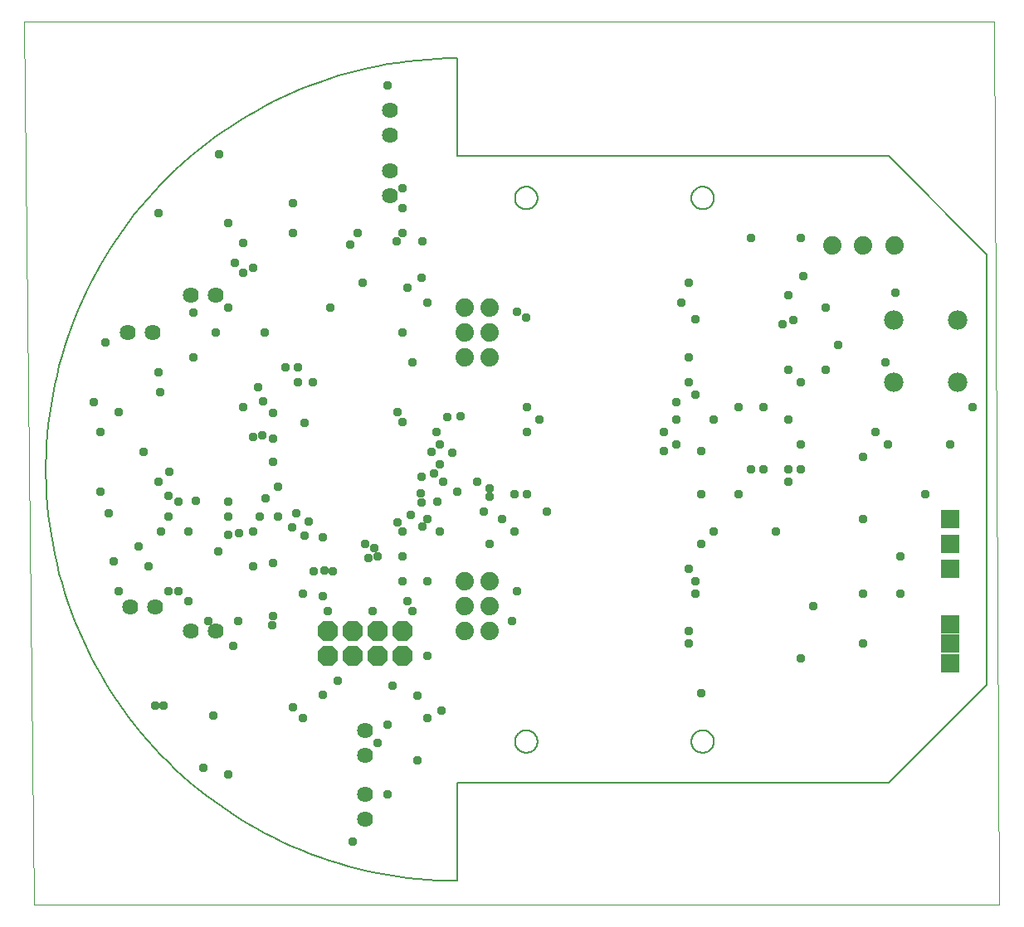
<source format=gbs>
G75*
%MOIN*%
%OFA0B0*%
%FSLAX25Y25*%
%IPPOS*%
%LPD*%
%AMOC8*
5,1,8,0,0,1.08239X$1,22.5*
%
%ADD10C,0.00000*%
%ADD11C,0.07800*%
%ADD12R,0.07400X0.07400*%
%ADD13OC8,0.08200*%
%ADD14C,0.06400*%
%ADD15C,0.07400*%
%ADD16C,0.00500*%
%ADD17C,0.03778*%
D10*
X0831303Y0844303D02*
X0827303Y1199263D01*
X1217003Y1199263D01*
X1219003Y0844303D01*
X0831303Y0844303D01*
D11*
X1176507Y1054303D03*
X1176507Y1079303D03*
X1202098Y1079303D03*
X1202098Y1054303D03*
D12*
X1199303Y0999303D03*
X1199303Y0989303D03*
X1199303Y0979303D03*
X1199303Y0957177D03*
X1199303Y0949303D03*
X1199303Y0941429D03*
D13*
X0979303Y0944303D03*
X0979303Y0954303D03*
X0969303Y0954303D03*
X0969303Y0944303D03*
X0959303Y0944303D03*
X0959303Y0954303D03*
X0949303Y0954303D03*
X0949303Y0944303D03*
D14*
X0964303Y0914303D03*
X0964303Y0904303D03*
X0964240Y0888803D03*
X0964240Y0878803D03*
X0904303Y0954303D03*
X0894303Y0954303D03*
X0879803Y0964240D03*
X0869803Y0964240D03*
X0868803Y1074366D03*
X0878803Y1074366D03*
X0894303Y1089303D03*
X0904303Y1089303D03*
X0974303Y1129303D03*
X0974303Y1139303D03*
X0974240Y1153803D03*
X0974240Y1163803D03*
D15*
X1004303Y1084303D03*
X1014303Y1084303D03*
X1014303Y1074303D03*
X1014303Y1064303D03*
X1004303Y1064303D03*
X1004303Y1074303D03*
X1004303Y0974303D03*
X1014303Y0974303D03*
X1014303Y0964303D03*
X1014303Y0954303D03*
X1004303Y0954303D03*
X1004303Y0964303D03*
X1151803Y1109303D03*
X1164303Y1109303D03*
X1176803Y1109303D03*
D16*
X1174539Y1145287D02*
X1213909Y1105917D01*
X1213909Y0932688D01*
X1174539Y0893318D01*
X1001310Y0893318D01*
X1001310Y0853948D01*
X1024342Y0910051D02*
X1024344Y0910185D01*
X1024350Y0910319D01*
X1024360Y0910453D01*
X1024374Y0910587D01*
X1024392Y0910720D01*
X1024413Y0910852D01*
X1024439Y0910984D01*
X1024469Y0911115D01*
X1024502Y0911245D01*
X1024539Y0911373D01*
X1024581Y0911501D01*
X1024625Y0911628D01*
X1024674Y0911753D01*
X1024726Y0911876D01*
X1024782Y0911998D01*
X1024842Y0912119D01*
X1024905Y0912237D01*
X1024971Y0912354D01*
X1025041Y0912468D01*
X1025114Y0912581D01*
X1025191Y0912691D01*
X1025271Y0912799D01*
X1025354Y0912904D01*
X1025440Y0913007D01*
X1025529Y0913107D01*
X1025621Y0913205D01*
X1025716Y0913300D01*
X1025814Y0913392D01*
X1025914Y0913481D01*
X1026017Y0913567D01*
X1026122Y0913650D01*
X1026230Y0913730D01*
X1026340Y0913807D01*
X1026453Y0913880D01*
X1026567Y0913950D01*
X1026684Y0914016D01*
X1026802Y0914079D01*
X1026923Y0914139D01*
X1027045Y0914195D01*
X1027168Y0914247D01*
X1027293Y0914296D01*
X1027420Y0914340D01*
X1027548Y0914382D01*
X1027676Y0914419D01*
X1027806Y0914452D01*
X1027937Y0914482D01*
X1028069Y0914508D01*
X1028201Y0914529D01*
X1028334Y0914547D01*
X1028468Y0914561D01*
X1028602Y0914571D01*
X1028736Y0914577D01*
X1028870Y0914579D01*
X1029004Y0914577D01*
X1029138Y0914571D01*
X1029272Y0914561D01*
X1029406Y0914547D01*
X1029539Y0914529D01*
X1029671Y0914508D01*
X1029803Y0914482D01*
X1029934Y0914452D01*
X1030064Y0914419D01*
X1030192Y0914382D01*
X1030320Y0914340D01*
X1030447Y0914296D01*
X1030572Y0914247D01*
X1030695Y0914195D01*
X1030817Y0914139D01*
X1030938Y0914079D01*
X1031056Y0914016D01*
X1031173Y0913950D01*
X1031287Y0913880D01*
X1031400Y0913807D01*
X1031510Y0913730D01*
X1031618Y0913650D01*
X1031723Y0913567D01*
X1031826Y0913481D01*
X1031926Y0913392D01*
X1032024Y0913300D01*
X1032119Y0913205D01*
X1032211Y0913107D01*
X1032300Y0913007D01*
X1032386Y0912904D01*
X1032469Y0912799D01*
X1032549Y0912691D01*
X1032626Y0912581D01*
X1032699Y0912468D01*
X1032769Y0912354D01*
X1032835Y0912237D01*
X1032898Y0912119D01*
X1032958Y0911998D01*
X1033014Y0911876D01*
X1033066Y0911753D01*
X1033115Y0911628D01*
X1033159Y0911501D01*
X1033201Y0911373D01*
X1033238Y0911245D01*
X1033271Y0911115D01*
X1033301Y0910984D01*
X1033327Y0910852D01*
X1033348Y0910720D01*
X1033366Y0910587D01*
X1033380Y0910453D01*
X1033390Y0910319D01*
X1033396Y0910185D01*
X1033398Y0910051D01*
X1033396Y0909917D01*
X1033390Y0909783D01*
X1033380Y0909649D01*
X1033366Y0909515D01*
X1033348Y0909382D01*
X1033327Y0909250D01*
X1033301Y0909118D01*
X1033271Y0908987D01*
X1033238Y0908857D01*
X1033201Y0908729D01*
X1033159Y0908601D01*
X1033115Y0908474D01*
X1033066Y0908349D01*
X1033014Y0908226D01*
X1032958Y0908104D01*
X1032898Y0907983D01*
X1032835Y0907865D01*
X1032769Y0907748D01*
X1032699Y0907634D01*
X1032626Y0907521D01*
X1032549Y0907411D01*
X1032469Y0907303D01*
X1032386Y0907198D01*
X1032300Y0907095D01*
X1032211Y0906995D01*
X1032119Y0906897D01*
X1032024Y0906802D01*
X1031926Y0906710D01*
X1031826Y0906621D01*
X1031723Y0906535D01*
X1031618Y0906452D01*
X1031510Y0906372D01*
X1031400Y0906295D01*
X1031287Y0906222D01*
X1031173Y0906152D01*
X1031056Y0906086D01*
X1030938Y0906023D01*
X1030817Y0905963D01*
X1030695Y0905907D01*
X1030572Y0905855D01*
X1030447Y0905806D01*
X1030320Y0905762D01*
X1030192Y0905720D01*
X1030064Y0905683D01*
X1029934Y0905650D01*
X1029803Y0905620D01*
X1029671Y0905594D01*
X1029539Y0905573D01*
X1029406Y0905555D01*
X1029272Y0905541D01*
X1029138Y0905531D01*
X1029004Y0905525D01*
X1028870Y0905523D01*
X1028736Y0905525D01*
X1028602Y0905531D01*
X1028468Y0905541D01*
X1028334Y0905555D01*
X1028201Y0905573D01*
X1028069Y0905594D01*
X1027937Y0905620D01*
X1027806Y0905650D01*
X1027676Y0905683D01*
X1027548Y0905720D01*
X1027420Y0905762D01*
X1027293Y0905806D01*
X1027168Y0905855D01*
X1027045Y0905907D01*
X1026923Y0905963D01*
X1026802Y0906023D01*
X1026684Y0906086D01*
X1026567Y0906152D01*
X1026453Y0906222D01*
X1026340Y0906295D01*
X1026230Y0906372D01*
X1026122Y0906452D01*
X1026017Y0906535D01*
X1025914Y0906621D01*
X1025814Y0906710D01*
X1025716Y0906802D01*
X1025621Y0906897D01*
X1025529Y0906995D01*
X1025440Y0907095D01*
X1025354Y0907198D01*
X1025271Y0907303D01*
X1025191Y0907411D01*
X1025114Y0907521D01*
X1025041Y0907634D01*
X1024971Y0907748D01*
X1024905Y0907865D01*
X1024842Y0907983D01*
X1024782Y0908104D01*
X1024726Y0908226D01*
X1024674Y0908349D01*
X1024625Y0908474D01*
X1024581Y0908601D01*
X1024539Y0908729D01*
X1024502Y0908857D01*
X1024469Y0908987D01*
X1024439Y0909118D01*
X1024413Y0909250D01*
X1024392Y0909382D01*
X1024374Y0909515D01*
X1024360Y0909649D01*
X1024350Y0909783D01*
X1024344Y0909917D01*
X1024342Y0910051D01*
X1001310Y0853949D02*
X0997283Y0853998D01*
X0993259Y0854145D01*
X0989240Y0854390D01*
X0985228Y0854733D01*
X0981225Y0855173D01*
X0977234Y0855711D01*
X0973258Y0856346D01*
X0969298Y0857077D01*
X0965357Y0857905D01*
X0961438Y0858828D01*
X0957542Y0859847D01*
X0953672Y0860960D01*
X0949830Y0862167D01*
X0946019Y0863467D01*
X0942240Y0864860D01*
X0938497Y0866344D01*
X0934791Y0867919D01*
X0931124Y0869584D01*
X0927499Y0871337D01*
X0923918Y0873178D01*
X0920383Y0875106D01*
X0916895Y0877120D01*
X0913458Y0879217D01*
X0910073Y0881398D01*
X0906742Y0883661D01*
X0903467Y0886004D01*
X0900250Y0888426D01*
X0897093Y0890926D01*
X0893998Y0893501D01*
X0890966Y0896152D01*
X0888000Y0898875D01*
X0885101Y0901670D01*
X0882271Y0904535D01*
X0879512Y0907468D01*
X0876824Y0910467D01*
X0874211Y0913531D01*
X0871673Y0916657D01*
X0869212Y0919844D01*
X0866829Y0923090D01*
X0864526Y0926394D01*
X0862304Y0929752D01*
X0860165Y0933163D01*
X0858109Y0936626D01*
X0856138Y0940138D01*
X0854254Y0943696D01*
X0852456Y0947300D01*
X0850747Y0950946D01*
X0849127Y0954632D01*
X0847597Y0958357D01*
X0846159Y0962118D01*
X0844812Y0965913D01*
X0843559Y0969740D01*
X0842399Y0973596D01*
X0841333Y0977479D01*
X0840362Y0981387D01*
X0839486Y0985318D01*
X0838707Y0989269D01*
X0838023Y0993237D01*
X0837437Y0997221D01*
X0836948Y1001218D01*
X0836556Y1005226D01*
X0836262Y1009242D01*
X0836066Y1013264D01*
X0835968Y1017290D01*
X0835968Y1021316D01*
X0836066Y1025342D01*
X0836262Y1029364D01*
X0836556Y1033380D01*
X0836948Y1037388D01*
X0837437Y1041385D01*
X0838023Y1045369D01*
X0838707Y1049337D01*
X0839486Y1053288D01*
X0840362Y1057219D01*
X0841333Y1061127D01*
X0842399Y1065010D01*
X0843559Y1068866D01*
X0844812Y1072693D01*
X0846159Y1076488D01*
X0847597Y1080249D01*
X0849127Y1083974D01*
X0850747Y1087660D01*
X0852456Y1091306D01*
X0854254Y1094910D01*
X0856138Y1098468D01*
X0858109Y1101980D01*
X0860165Y1105443D01*
X0862304Y1108854D01*
X0864526Y1112212D01*
X0866829Y1115516D01*
X0869212Y1118762D01*
X0871673Y1121949D01*
X0874211Y1125075D01*
X0876824Y1128139D01*
X0879512Y1131138D01*
X0882271Y1134071D01*
X0885101Y1136936D01*
X0888000Y1139731D01*
X0890966Y1142454D01*
X0893998Y1145105D01*
X0897093Y1147680D01*
X0900250Y1150180D01*
X0903467Y1152602D01*
X0906742Y1154945D01*
X0910073Y1157208D01*
X0913458Y1159389D01*
X0916895Y1161486D01*
X0920383Y1163500D01*
X0923918Y1165428D01*
X0927499Y1167269D01*
X0931124Y1169022D01*
X0934791Y1170687D01*
X0938497Y1172262D01*
X0942240Y1173746D01*
X0946019Y1175139D01*
X0949830Y1176439D01*
X0953672Y1177646D01*
X0957542Y1178759D01*
X0961438Y1179778D01*
X0965357Y1180701D01*
X0969298Y1181529D01*
X0973258Y1182260D01*
X0977234Y1182895D01*
X0981225Y1183433D01*
X0985228Y1183873D01*
X0989240Y1184216D01*
X0993259Y1184461D01*
X0997283Y1184608D01*
X1001310Y1184657D01*
X1001310Y1145287D01*
X1174539Y1145287D01*
X1095208Y1128555D02*
X1095210Y1128689D01*
X1095216Y1128823D01*
X1095226Y1128957D01*
X1095240Y1129091D01*
X1095258Y1129224D01*
X1095279Y1129356D01*
X1095305Y1129488D01*
X1095335Y1129619D01*
X1095368Y1129749D01*
X1095405Y1129877D01*
X1095447Y1130005D01*
X1095491Y1130132D01*
X1095540Y1130257D01*
X1095592Y1130380D01*
X1095648Y1130502D01*
X1095708Y1130623D01*
X1095771Y1130741D01*
X1095837Y1130858D01*
X1095907Y1130972D01*
X1095980Y1131085D01*
X1096057Y1131195D01*
X1096137Y1131303D01*
X1096220Y1131408D01*
X1096306Y1131511D01*
X1096395Y1131611D01*
X1096487Y1131709D01*
X1096582Y1131804D01*
X1096680Y1131896D01*
X1096780Y1131985D01*
X1096883Y1132071D01*
X1096988Y1132154D01*
X1097096Y1132234D01*
X1097206Y1132311D01*
X1097319Y1132384D01*
X1097433Y1132454D01*
X1097550Y1132520D01*
X1097668Y1132583D01*
X1097789Y1132643D01*
X1097911Y1132699D01*
X1098034Y1132751D01*
X1098159Y1132800D01*
X1098286Y1132844D01*
X1098414Y1132886D01*
X1098542Y1132923D01*
X1098672Y1132956D01*
X1098803Y1132986D01*
X1098935Y1133012D01*
X1099067Y1133033D01*
X1099200Y1133051D01*
X1099334Y1133065D01*
X1099468Y1133075D01*
X1099602Y1133081D01*
X1099736Y1133083D01*
X1099870Y1133081D01*
X1100004Y1133075D01*
X1100138Y1133065D01*
X1100272Y1133051D01*
X1100405Y1133033D01*
X1100537Y1133012D01*
X1100669Y1132986D01*
X1100800Y1132956D01*
X1100930Y1132923D01*
X1101058Y1132886D01*
X1101186Y1132844D01*
X1101313Y1132800D01*
X1101438Y1132751D01*
X1101561Y1132699D01*
X1101683Y1132643D01*
X1101804Y1132583D01*
X1101922Y1132520D01*
X1102039Y1132454D01*
X1102153Y1132384D01*
X1102266Y1132311D01*
X1102376Y1132234D01*
X1102484Y1132154D01*
X1102589Y1132071D01*
X1102692Y1131985D01*
X1102792Y1131896D01*
X1102890Y1131804D01*
X1102985Y1131709D01*
X1103077Y1131611D01*
X1103166Y1131511D01*
X1103252Y1131408D01*
X1103335Y1131303D01*
X1103415Y1131195D01*
X1103492Y1131085D01*
X1103565Y1130972D01*
X1103635Y1130858D01*
X1103701Y1130741D01*
X1103764Y1130623D01*
X1103824Y1130502D01*
X1103880Y1130380D01*
X1103932Y1130257D01*
X1103981Y1130132D01*
X1104025Y1130005D01*
X1104067Y1129877D01*
X1104104Y1129749D01*
X1104137Y1129619D01*
X1104167Y1129488D01*
X1104193Y1129356D01*
X1104214Y1129224D01*
X1104232Y1129091D01*
X1104246Y1128957D01*
X1104256Y1128823D01*
X1104262Y1128689D01*
X1104264Y1128555D01*
X1104262Y1128421D01*
X1104256Y1128287D01*
X1104246Y1128153D01*
X1104232Y1128019D01*
X1104214Y1127886D01*
X1104193Y1127754D01*
X1104167Y1127622D01*
X1104137Y1127491D01*
X1104104Y1127361D01*
X1104067Y1127233D01*
X1104025Y1127105D01*
X1103981Y1126978D01*
X1103932Y1126853D01*
X1103880Y1126730D01*
X1103824Y1126608D01*
X1103764Y1126487D01*
X1103701Y1126369D01*
X1103635Y1126252D01*
X1103565Y1126138D01*
X1103492Y1126025D01*
X1103415Y1125915D01*
X1103335Y1125807D01*
X1103252Y1125702D01*
X1103166Y1125599D01*
X1103077Y1125499D01*
X1102985Y1125401D01*
X1102890Y1125306D01*
X1102792Y1125214D01*
X1102692Y1125125D01*
X1102589Y1125039D01*
X1102484Y1124956D01*
X1102376Y1124876D01*
X1102266Y1124799D01*
X1102153Y1124726D01*
X1102039Y1124656D01*
X1101922Y1124590D01*
X1101804Y1124527D01*
X1101683Y1124467D01*
X1101561Y1124411D01*
X1101438Y1124359D01*
X1101313Y1124310D01*
X1101186Y1124266D01*
X1101058Y1124224D01*
X1100930Y1124187D01*
X1100800Y1124154D01*
X1100669Y1124124D01*
X1100537Y1124098D01*
X1100405Y1124077D01*
X1100272Y1124059D01*
X1100138Y1124045D01*
X1100004Y1124035D01*
X1099870Y1124029D01*
X1099736Y1124027D01*
X1099602Y1124029D01*
X1099468Y1124035D01*
X1099334Y1124045D01*
X1099200Y1124059D01*
X1099067Y1124077D01*
X1098935Y1124098D01*
X1098803Y1124124D01*
X1098672Y1124154D01*
X1098542Y1124187D01*
X1098414Y1124224D01*
X1098286Y1124266D01*
X1098159Y1124310D01*
X1098034Y1124359D01*
X1097911Y1124411D01*
X1097789Y1124467D01*
X1097668Y1124527D01*
X1097550Y1124590D01*
X1097433Y1124656D01*
X1097319Y1124726D01*
X1097206Y1124799D01*
X1097096Y1124876D01*
X1096988Y1124956D01*
X1096883Y1125039D01*
X1096780Y1125125D01*
X1096680Y1125214D01*
X1096582Y1125306D01*
X1096487Y1125401D01*
X1096395Y1125499D01*
X1096306Y1125599D01*
X1096220Y1125702D01*
X1096137Y1125807D01*
X1096057Y1125915D01*
X1095980Y1126025D01*
X1095907Y1126138D01*
X1095837Y1126252D01*
X1095771Y1126369D01*
X1095708Y1126487D01*
X1095648Y1126608D01*
X1095592Y1126730D01*
X1095540Y1126853D01*
X1095491Y1126978D01*
X1095447Y1127105D01*
X1095405Y1127233D01*
X1095368Y1127361D01*
X1095335Y1127491D01*
X1095305Y1127622D01*
X1095279Y1127754D01*
X1095258Y1127886D01*
X1095240Y1128019D01*
X1095226Y1128153D01*
X1095216Y1128287D01*
X1095210Y1128421D01*
X1095208Y1128555D01*
X1024342Y1128555D02*
X1024344Y1128689D01*
X1024350Y1128823D01*
X1024360Y1128957D01*
X1024374Y1129091D01*
X1024392Y1129224D01*
X1024413Y1129356D01*
X1024439Y1129488D01*
X1024469Y1129619D01*
X1024502Y1129749D01*
X1024539Y1129877D01*
X1024581Y1130005D01*
X1024625Y1130132D01*
X1024674Y1130257D01*
X1024726Y1130380D01*
X1024782Y1130502D01*
X1024842Y1130623D01*
X1024905Y1130741D01*
X1024971Y1130858D01*
X1025041Y1130972D01*
X1025114Y1131085D01*
X1025191Y1131195D01*
X1025271Y1131303D01*
X1025354Y1131408D01*
X1025440Y1131511D01*
X1025529Y1131611D01*
X1025621Y1131709D01*
X1025716Y1131804D01*
X1025814Y1131896D01*
X1025914Y1131985D01*
X1026017Y1132071D01*
X1026122Y1132154D01*
X1026230Y1132234D01*
X1026340Y1132311D01*
X1026453Y1132384D01*
X1026567Y1132454D01*
X1026684Y1132520D01*
X1026802Y1132583D01*
X1026923Y1132643D01*
X1027045Y1132699D01*
X1027168Y1132751D01*
X1027293Y1132800D01*
X1027420Y1132844D01*
X1027548Y1132886D01*
X1027676Y1132923D01*
X1027806Y1132956D01*
X1027937Y1132986D01*
X1028069Y1133012D01*
X1028201Y1133033D01*
X1028334Y1133051D01*
X1028468Y1133065D01*
X1028602Y1133075D01*
X1028736Y1133081D01*
X1028870Y1133083D01*
X1029004Y1133081D01*
X1029138Y1133075D01*
X1029272Y1133065D01*
X1029406Y1133051D01*
X1029539Y1133033D01*
X1029671Y1133012D01*
X1029803Y1132986D01*
X1029934Y1132956D01*
X1030064Y1132923D01*
X1030192Y1132886D01*
X1030320Y1132844D01*
X1030447Y1132800D01*
X1030572Y1132751D01*
X1030695Y1132699D01*
X1030817Y1132643D01*
X1030938Y1132583D01*
X1031056Y1132520D01*
X1031173Y1132454D01*
X1031287Y1132384D01*
X1031400Y1132311D01*
X1031510Y1132234D01*
X1031618Y1132154D01*
X1031723Y1132071D01*
X1031826Y1131985D01*
X1031926Y1131896D01*
X1032024Y1131804D01*
X1032119Y1131709D01*
X1032211Y1131611D01*
X1032300Y1131511D01*
X1032386Y1131408D01*
X1032469Y1131303D01*
X1032549Y1131195D01*
X1032626Y1131085D01*
X1032699Y1130972D01*
X1032769Y1130858D01*
X1032835Y1130741D01*
X1032898Y1130623D01*
X1032958Y1130502D01*
X1033014Y1130380D01*
X1033066Y1130257D01*
X1033115Y1130132D01*
X1033159Y1130005D01*
X1033201Y1129877D01*
X1033238Y1129749D01*
X1033271Y1129619D01*
X1033301Y1129488D01*
X1033327Y1129356D01*
X1033348Y1129224D01*
X1033366Y1129091D01*
X1033380Y1128957D01*
X1033390Y1128823D01*
X1033396Y1128689D01*
X1033398Y1128555D01*
X1033396Y1128421D01*
X1033390Y1128287D01*
X1033380Y1128153D01*
X1033366Y1128019D01*
X1033348Y1127886D01*
X1033327Y1127754D01*
X1033301Y1127622D01*
X1033271Y1127491D01*
X1033238Y1127361D01*
X1033201Y1127233D01*
X1033159Y1127105D01*
X1033115Y1126978D01*
X1033066Y1126853D01*
X1033014Y1126730D01*
X1032958Y1126608D01*
X1032898Y1126487D01*
X1032835Y1126369D01*
X1032769Y1126252D01*
X1032699Y1126138D01*
X1032626Y1126025D01*
X1032549Y1125915D01*
X1032469Y1125807D01*
X1032386Y1125702D01*
X1032300Y1125599D01*
X1032211Y1125499D01*
X1032119Y1125401D01*
X1032024Y1125306D01*
X1031926Y1125214D01*
X1031826Y1125125D01*
X1031723Y1125039D01*
X1031618Y1124956D01*
X1031510Y1124876D01*
X1031400Y1124799D01*
X1031287Y1124726D01*
X1031173Y1124656D01*
X1031056Y1124590D01*
X1030938Y1124527D01*
X1030817Y1124467D01*
X1030695Y1124411D01*
X1030572Y1124359D01*
X1030447Y1124310D01*
X1030320Y1124266D01*
X1030192Y1124224D01*
X1030064Y1124187D01*
X1029934Y1124154D01*
X1029803Y1124124D01*
X1029671Y1124098D01*
X1029539Y1124077D01*
X1029406Y1124059D01*
X1029272Y1124045D01*
X1029138Y1124035D01*
X1029004Y1124029D01*
X1028870Y1124027D01*
X1028736Y1124029D01*
X1028602Y1124035D01*
X1028468Y1124045D01*
X1028334Y1124059D01*
X1028201Y1124077D01*
X1028069Y1124098D01*
X1027937Y1124124D01*
X1027806Y1124154D01*
X1027676Y1124187D01*
X1027548Y1124224D01*
X1027420Y1124266D01*
X1027293Y1124310D01*
X1027168Y1124359D01*
X1027045Y1124411D01*
X1026923Y1124467D01*
X1026802Y1124527D01*
X1026684Y1124590D01*
X1026567Y1124656D01*
X1026453Y1124726D01*
X1026340Y1124799D01*
X1026230Y1124876D01*
X1026122Y1124956D01*
X1026017Y1125039D01*
X1025914Y1125125D01*
X1025814Y1125214D01*
X1025716Y1125306D01*
X1025621Y1125401D01*
X1025529Y1125499D01*
X1025440Y1125599D01*
X1025354Y1125702D01*
X1025271Y1125807D01*
X1025191Y1125915D01*
X1025114Y1126025D01*
X1025041Y1126138D01*
X1024971Y1126252D01*
X1024905Y1126369D01*
X1024842Y1126487D01*
X1024782Y1126608D01*
X1024726Y1126730D01*
X1024674Y1126853D01*
X1024625Y1126978D01*
X1024581Y1127105D01*
X1024539Y1127233D01*
X1024502Y1127361D01*
X1024469Y1127491D01*
X1024439Y1127622D01*
X1024413Y1127754D01*
X1024392Y1127886D01*
X1024374Y1128019D01*
X1024360Y1128153D01*
X1024350Y1128287D01*
X1024344Y1128421D01*
X1024342Y1128555D01*
X1095208Y0910051D02*
X1095210Y0910185D01*
X1095216Y0910319D01*
X1095226Y0910453D01*
X1095240Y0910587D01*
X1095258Y0910720D01*
X1095279Y0910852D01*
X1095305Y0910984D01*
X1095335Y0911115D01*
X1095368Y0911245D01*
X1095405Y0911373D01*
X1095447Y0911501D01*
X1095491Y0911628D01*
X1095540Y0911753D01*
X1095592Y0911876D01*
X1095648Y0911998D01*
X1095708Y0912119D01*
X1095771Y0912237D01*
X1095837Y0912354D01*
X1095907Y0912468D01*
X1095980Y0912581D01*
X1096057Y0912691D01*
X1096137Y0912799D01*
X1096220Y0912904D01*
X1096306Y0913007D01*
X1096395Y0913107D01*
X1096487Y0913205D01*
X1096582Y0913300D01*
X1096680Y0913392D01*
X1096780Y0913481D01*
X1096883Y0913567D01*
X1096988Y0913650D01*
X1097096Y0913730D01*
X1097206Y0913807D01*
X1097319Y0913880D01*
X1097433Y0913950D01*
X1097550Y0914016D01*
X1097668Y0914079D01*
X1097789Y0914139D01*
X1097911Y0914195D01*
X1098034Y0914247D01*
X1098159Y0914296D01*
X1098286Y0914340D01*
X1098414Y0914382D01*
X1098542Y0914419D01*
X1098672Y0914452D01*
X1098803Y0914482D01*
X1098935Y0914508D01*
X1099067Y0914529D01*
X1099200Y0914547D01*
X1099334Y0914561D01*
X1099468Y0914571D01*
X1099602Y0914577D01*
X1099736Y0914579D01*
X1099870Y0914577D01*
X1100004Y0914571D01*
X1100138Y0914561D01*
X1100272Y0914547D01*
X1100405Y0914529D01*
X1100537Y0914508D01*
X1100669Y0914482D01*
X1100800Y0914452D01*
X1100930Y0914419D01*
X1101058Y0914382D01*
X1101186Y0914340D01*
X1101313Y0914296D01*
X1101438Y0914247D01*
X1101561Y0914195D01*
X1101683Y0914139D01*
X1101804Y0914079D01*
X1101922Y0914016D01*
X1102039Y0913950D01*
X1102153Y0913880D01*
X1102266Y0913807D01*
X1102376Y0913730D01*
X1102484Y0913650D01*
X1102589Y0913567D01*
X1102692Y0913481D01*
X1102792Y0913392D01*
X1102890Y0913300D01*
X1102985Y0913205D01*
X1103077Y0913107D01*
X1103166Y0913007D01*
X1103252Y0912904D01*
X1103335Y0912799D01*
X1103415Y0912691D01*
X1103492Y0912581D01*
X1103565Y0912468D01*
X1103635Y0912354D01*
X1103701Y0912237D01*
X1103764Y0912119D01*
X1103824Y0911998D01*
X1103880Y0911876D01*
X1103932Y0911753D01*
X1103981Y0911628D01*
X1104025Y0911501D01*
X1104067Y0911373D01*
X1104104Y0911245D01*
X1104137Y0911115D01*
X1104167Y0910984D01*
X1104193Y0910852D01*
X1104214Y0910720D01*
X1104232Y0910587D01*
X1104246Y0910453D01*
X1104256Y0910319D01*
X1104262Y0910185D01*
X1104264Y0910051D01*
X1104262Y0909917D01*
X1104256Y0909783D01*
X1104246Y0909649D01*
X1104232Y0909515D01*
X1104214Y0909382D01*
X1104193Y0909250D01*
X1104167Y0909118D01*
X1104137Y0908987D01*
X1104104Y0908857D01*
X1104067Y0908729D01*
X1104025Y0908601D01*
X1103981Y0908474D01*
X1103932Y0908349D01*
X1103880Y0908226D01*
X1103824Y0908104D01*
X1103764Y0907983D01*
X1103701Y0907865D01*
X1103635Y0907748D01*
X1103565Y0907634D01*
X1103492Y0907521D01*
X1103415Y0907411D01*
X1103335Y0907303D01*
X1103252Y0907198D01*
X1103166Y0907095D01*
X1103077Y0906995D01*
X1102985Y0906897D01*
X1102890Y0906802D01*
X1102792Y0906710D01*
X1102692Y0906621D01*
X1102589Y0906535D01*
X1102484Y0906452D01*
X1102376Y0906372D01*
X1102266Y0906295D01*
X1102153Y0906222D01*
X1102039Y0906152D01*
X1101922Y0906086D01*
X1101804Y0906023D01*
X1101683Y0905963D01*
X1101561Y0905907D01*
X1101438Y0905855D01*
X1101313Y0905806D01*
X1101186Y0905762D01*
X1101058Y0905720D01*
X1100930Y0905683D01*
X1100800Y0905650D01*
X1100669Y0905620D01*
X1100537Y0905594D01*
X1100405Y0905573D01*
X1100272Y0905555D01*
X1100138Y0905541D01*
X1100004Y0905531D01*
X1099870Y0905525D01*
X1099736Y0905523D01*
X1099602Y0905525D01*
X1099468Y0905531D01*
X1099334Y0905541D01*
X1099200Y0905555D01*
X1099067Y0905573D01*
X1098935Y0905594D01*
X1098803Y0905620D01*
X1098672Y0905650D01*
X1098542Y0905683D01*
X1098414Y0905720D01*
X1098286Y0905762D01*
X1098159Y0905806D01*
X1098034Y0905855D01*
X1097911Y0905907D01*
X1097789Y0905963D01*
X1097668Y0906023D01*
X1097550Y0906086D01*
X1097433Y0906152D01*
X1097319Y0906222D01*
X1097206Y0906295D01*
X1097096Y0906372D01*
X1096988Y0906452D01*
X1096883Y0906535D01*
X1096780Y0906621D01*
X1096680Y0906710D01*
X1096582Y0906802D01*
X1096487Y0906897D01*
X1096395Y0906995D01*
X1096306Y0907095D01*
X1096220Y0907198D01*
X1096137Y0907303D01*
X1096057Y0907411D01*
X1095980Y0907521D01*
X1095907Y0907634D01*
X1095837Y0907748D01*
X1095771Y0907865D01*
X1095708Y0907983D01*
X1095648Y0908104D01*
X1095592Y0908226D01*
X1095540Y0908349D01*
X1095491Y0908474D01*
X1095447Y0908601D01*
X1095405Y0908729D01*
X1095368Y0908857D01*
X1095335Y0908987D01*
X1095305Y0909118D01*
X1095279Y0909250D01*
X1095258Y0909382D01*
X1095240Y0909515D01*
X1095226Y0909649D01*
X1095216Y0909783D01*
X1095210Y0909917D01*
X1095208Y0910051D01*
D17*
X1099303Y0929303D03*
X1094303Y0949303D03*
X1094303Y0954303D03*
X1096692Y0969303D03*
X1096692Y0974303D03*
X1094303Y0979303D03*
X1099303Y0989303D03*
X1104303Y0994303D03*
X1099303Y1009303D03*
X1114303Y1009303D03*
X1119303Y1019303D03*
X1124303Y1019303D03*
X1134303Y1019303D03*
X1139303Y1019303D03*
X1134303Y1014303D03*
X1139303Y1029303D03*
X1134303Y1039303D03*
X1124303Y1044303D03*
X1114303Y1044303D03*
X1104303Y1039303D03*
X1096692Y1049303D03*
X1094303Y1054303D03*
X1089303Y1046303D03*
X1089303Y1039303D03*
X1084303Y1034303D03*
X1089303Y1029303D03*
X1084303Y1026692D03*
X1099303Y1026692D03*
X1094303Y1064303D03*
X1096800Y1079805D03*
X1091303Y1086303D03*
X1094303Y1094303D03*
X1119303Y1112303D03*
X1134303Y1089303D03*
X1140055Y1097055D03*
X1139303Y1112303D03*
X1149303Y1084303D03*
X1136303Y1079303D03*
X1131805Y1077805D03*
X1134303Y1059303D03*
X1139303Y1054303D03*
X1149303Y1059303D03*
X1154303Y1069303D03*
X1173303Y1062303D03*
X1177303Y1090303D03*
X1208170Y1044303D03*
X1199303Y1029303D03*
X1189303Y1009303D03*
X1174303Y1029303D03*
X1169303Y1034303D03*
X1164303Y1024303D03*
X1164303Y0999303D03*
X1179303Y0984303D03*
X1179303Y0969303D03*
X1164303Y0969303D03*
X1164303Y0949303D03*
X1144303Y0964303D03*
X1139303Y0943370D03*
X1129303Y0994303D03*
X1037303Y1002303D03*
X1029303Y1009303D03*
X1024303Y1009303D03*
X1014303Y1008336D03*
X1014303Y1011914D03*
X1009303Y1014303D03*
X1001303Y1010303D03*
X0995531Y1014531D03*
X0991692Y1017725D03*
X0994303Y1021303D03*
X0990914Y1026303D03*
X0994303Y1029303D03*
X0992914Y1034303D03*
X0997303Y1040303D03*
X1002575Y1040642D03*
X0999303Y1026135D03*
X0986914Y1016303D03*
X0986624Y1009624D03*
X0986914Y1005935D03*
X0993303Y1006303D03*
X0989303Y0999303D03*
X0987273Y0996273D03*
X0982613Y1000992D03*
X0977303Y0998103D03*
X0979303Y0994303D03*
X0979303Y0984303D03*
X0979303Y0974303D03*
X0981303Y0966303D03*
X0983303Y0962303D03*
X0989303Y0974303D03*
X0994303Y0994303D03*
X1011914Y1002303D03*
X1019303Y0999303D03*
X1024303Y0994303D03*
X1014303Y0989303D03*
X1025303Y0970303D03*
X1023303Y0958303D03*
X0989303Y0944303D03*
X0985303Y0928303D03*
X0989303Y0919303D03*
X0994914Y0922303D03*
X0985303Y0902303D03*
X0969303Y0909303D03*
X0973303Y0916692D03*
X0975303Y0932303D03*
X0953303Y0934303D03*
X0947303Y0928692D03*
X0939303Y0919303D03*
X0935303Y0923914D03*
X0926924Y0956681D03*
X0927303Y0960303D03*
X0939303Y0969303D03*
X0947303Y0968303D03*
X0949303Y0962303D03*
X0951303Y0978303D03*
X0947725Y0978754D03*
X0943477Y0978477D03*
X0947303Y0992017D03*
X0939828Y0992665D03*
X0941492Y0998492D03*
X0936665Y1001828D03*
X0934914Y0996250D03*
X0929303Y1000303D03*
X0921692Y1000303D03*
X0919303Y0994303D03*
X0913356Y0993875D03*
X0909303Y0993200D03*
X0909298Y1000282D03*
X0909303Y1006303D03*
X0896089Y1006692D03*
X0889303Y1006303D03*
X0885303Y1008692D03*
X0881303Y1014303D03*
X0885510Y1018303D03*
X0875303Y1026303D03*
X0865303Y1042303D03*
X0855303Y1046303D03*
X0857692Y1034303D03*
X0857692Y1010303D03*
X0861303Y1001692D03*
X0873303Y0988303D03*
X0877303Y0980303D03*
X0885303Y0970303D03*
X0889303Y0970303D03*
X0893303Y0966303D03*
X0901303Y0958303D03*
X0913303Y0958303D03*
X0911303Y0948303D03*
X0903303Y0920303D03*
X0899303Y0899303D03*
X0909303Y0896692D03*
X0883303Y0924303D03*
X0879725Y0924303D03*
X0865303Y0970303D03*
X0863303Y0982303D03*
X0882235Y0994303D03*
X0885303Y1000303D03*
X0893303Y0994303D03*
X0905303Y0986303D03*
X0919303Y0980303D03*
X0927303Y0981846D03*
X0924212Y1007666D03*
X0929303Y1012303D03*
X0927303Y1022303D03*
X0927299Y1031677D03*
X0922904Y1033168D03*
X0919326Y1032380D03*
X0927303Y1042095D03*
X0923303Y1046692D03*
X0921303Y1052303D03*
X0915303Y1044303D03*
X0932081Y1060303D03*
X0937303Y1060303D03*
X0937303Y1054303D03*
X0943303Y1054303D03*
X0940006Y1037946D03*
X0923754Y1074303D03*
X0909303Y1084303D03*
X0904303Y1074303D03*
X0895303Y1082303D03*
X0895303Y1064303D03*
X0881303Y1058303D03*
X0881692Y1050303D03*
X0859692Y1070303D03*
X0881303Y1122303D03*
X0909303Y1118303D03*
X0915303Y1110303D03*
X0911692Y1102303D03*
X0915303Y1098303D03*
X0919303Y1100303D03*
X0935303Y1114303D03*
X0935303Y1126303D03*
X0958326Y1109892D03*
X0961303Y1114303D03*
X0963303Y1094303D03*
X0950303Y1084303D03*
X0979303Y1074303D03*
X0983303Y1062303D03*
X0977303Y1042303D03*
X0979303Y1038303D03*
X0964219Y0989386D03*
X0967740Y0987848D03*
X0969303Y0984303D03*
X0965395Y0983806D03*
X0967303Y0962303D03*
X0973303Y0888803D03*
X0959303Y0869792D03*
X1029303Y1034303D03*
X1034303Y1039303D03*
X1029303Y1044303D03*
X1028914Y1080303D03*
X1025303Y1082692D03*
X0989303Y1086303D03*
X0981303Y1092303D03*
X0986914Y1096303D03*
X0987303Y1111092D03*
X0979303Y1114303D03*
X0976914Y1111092D03*
X0979303Y1124303D03*
X0979303Y1132303D03*
X0973303Y1173774D03*
X0905355Y1146227D03*
M02*

</source>
